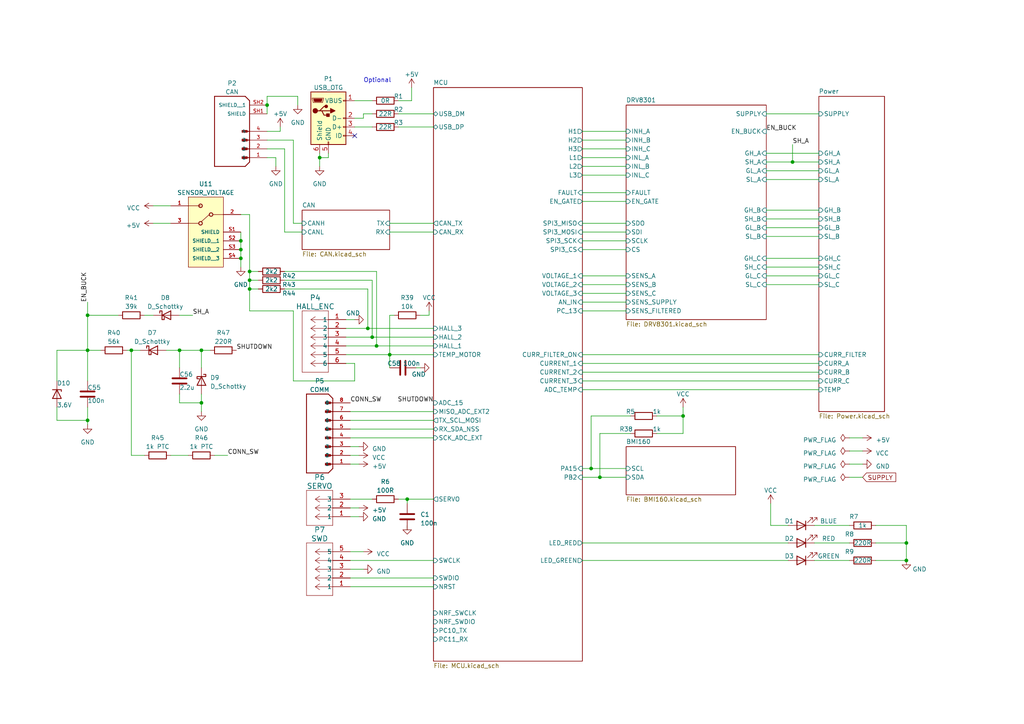
<source format=kicad_sch>
(kicad_sch (version 20230121) (generator eeschema)
  (paper "A4")
  (lib_symbols
    (symbol "B3B-PH-SM4-TBT:B3B-PH-SM4-TBT_LFSN" (pin_names (offset 0.254))
      (property "Reference" "J" (at 8.89 6.35 0))
      (property "Value" "B3B-PH-SM4-TBT LFSN" (at 0 0 0))
      (symbol "B3B-PH-SM4-TBT_LFSN_1_1"
        (pin unspecified line (at 0 0 0) (length 5.08) (name "1") (number "1"))
        (pin unspecified line (at 0 -2.54 0) (length 5.08) (name "2") (number "2"))
        (pin unspecified line (at 0 -5.08 0) (length 5.08) (name "3") (number "3"))
      )
      (symbol "B3B-PH-SM4-TBT_LFSN_1_2"
        (pin unspecified line (at 0 0 0) (length 5.08) (name "1") (number "1"))
        (pin unspecified line (at 0 -2.54 0) (length 5.08) (name "2") (number "2"))
        (pin unspecified line (at 0 -5.08 0) (length 5.08) (name "3") (number "3"))
      )
    )
    (symbol "B4B-PH-SM4-TB:B4B-PH-SM4-TB__LF__SN_" (pin_names (offset 1.016))
      (property "Reference" "J" (at 0 8.89 0))
      (property "Value" "B4B-PH-SM4-TB__LF__SN_" (at 0 -15.24 0))
      (symbol "B4B-PH-SM4-TB__LF__SN__0_0"
        (pin passive line (at -5.08 5.08 0) (length 5.08) (name "1") (number "1"))
        (pin passive line (at -5.08 2.54 0) (length 5.08) (name "2") (number "2"))
        (pin passive line (at -5.08 0 0) (length 5.08) (name "3") (number "3"))
        (pin passive line (at -5.08 -2.54 0) (length 5.08) (name "4") (number "4"))
        (pin passive line (at -5.08 -7.62 0) (length 5.08) (name "SHIELD") (number "SH1"))
        (pin passive line (at -5.08 -10.16 0) (length 5.08) (name "SHIELD__1") (number "SH2"))
      )
    )
    (symbol "B5B-PH-SM4-TB:B5B-PH-SM4-TBLFSN" (pin_names (offset 0.254))
      (property "Reference" "J" (at 8.89 6.35 0))
      (property "Value" "B5B-PH-SM4-TBLFSN" (at 0 0 0))
      (symbol "B5B-PH-SM4-TBLFSN_0_1"
        (pin unspecified line (at 0 0 0) (length 5.08) (name "1") (number "1"))
        (pin unspecified line (at 0 -2.54 0) (length 5.08) (name "2") (number "2"))
        (pin unspecified line (at 0 -5.08 0) (length 5.08) (name "3") (number "3"))
        (pin unspecified line (at 0 -7.62 0) (length 5.08) (name "4") (number "4"))
        (pin unspecified line (at 0 -10.16 0) (length 5.08) (name "5") (number "5"))
      )
    )
    (symbol "B8B-PH-SM4-TB:B8B-PH-SM4-TB_LF__SN_" (pin_names (offset 1.016))
      (property "Reference" "J" (at 0 11.43 0))
      (property "Value" "B8B-PH-SM4-TB_LF__SN_" (at 0 -15.24 0))
      (symbol "B8B-PH-SM4-TB_LF__SN__0_0"
        (pin passive line (at -5.08 7.62 0) (length 5.08) (name "1") (number "1"))
        (pin passive line (at -5.08 5.08 0) (length 5.08) (name "2") (number "2"))
        (pin passive line (at -5.08 2.54 0) (length 5.08) (name "3") (number "3"))
        (pin passive line (at -5.08 0 0) (length 5.08) (name "4") (number "4"))
        (pin passive line (at -5.08 -2.54 0) (length 5.08) (name "5") (number "5"))
        (pin passive line (at -5.08 -5.08 0) (length 5.08) (name "6") (number "6"))
        (pin passive line (at -5.08 -7.62 0) (length 5.08) (name "7") (number "7"))
        (pin passive line (at -5.08 -10.16 0) (length 5.08) (name "8") (number "8"))
      )
    )
    (symbol "Connector:USB_OTG" (pin_names (offset 1.016))
      (property "Reference" "J1" (at 0 11.43 0))
      (property "Value" "USB_OTG" (at 0 8.89 0))
      (symbol "USB_OTG_1_1"
        (pin passive line (at 7.62 5.08 180) (length 2.54) (name "VBUS") (number "1"))
        (pin bidirectional line (at 7.62 0 180) (length 2.54) (name "D-") (number "2"))
        (pin bidirectional line (at 7.62 -2.54 180) (length 2.54) (name "D+") (number "3"))
        (pin passive line (at 7.62 -5.08 180) (length 2.54) (name "ID") (number "4"))
        (pin passive line (at 0 -10.16 90) (length 2.54) (name "GND") (number "5"))
        (pin passive line (at -2.54 -10.16 90) (length 2.54) (name "Shield") (number "6"))
      )
    )
    (symbol "Device:C" (pin_numbers hide) (pin_names (offset 0.254))
      (property "Reference" "C" (at 0.635 2.54 0))
      (property "Value" "C" (at 0.635 -2.54 0))
      (symbol "C_1_1"
        (pin passive line (at 0 3.81 270) (length 2.794) (name "~") (number "1"))
        (pin passive line (at 0 -3.81 90) (length 2.794) (name "~") (number "2"))
      )
    )
    (symbol "Device:D_Schottky" (pin_numbers hide) (pin_names (offset 1.016) hide)
      (property "Reference" "D" (at 0 2.54 0))
      (property "Value" "D_Schottky" (at 0 -2.54 0))
      (symbol "D_Schottky_1_1"
        (pin passive line (at -3.81 0 0) (length 2.54) (name "K") (number "1"))
        (pin passive line (at 3.81 0 180) (length 2.54) (name "A") (number "2"))
      )
    )
    (symbol "Device:LED" (pin_numbers hide) (pin_names (offset 1.016) hide)
      (property "Reference" "D" (at 0 2.54 0))
      (property "Value" "LED" (at 0 -2.54 0))
      (symbol "LED_1_1"
        (pin passive line (at -3.81 0 0) (length 2.54) (name "K") (number "1"))
        (pin passive line (at 3.81 0 180) (length 2.54) (name "A") (number "2"))
      )
    )
    (symbol "Device:R" (pin_numbers hide) (pin_names (offset 0))
      (property "Reference" "R" (at 2.032 0 90))
      (property "Value" "R" (at 0 0 90))
      (symbol "R_1_1"
        (pin passive line (at 0 3.81 270) (length 1.27) (name "~") (number "1"))
        (pin passive line (at 0 -3.81 90) (length 1.27) (name "~") (number "2"))
      )
    )
    (symbol "Diode:BZV55B3V6" (pin_numbers hide) (pin_names hide)
      (property "Reference" "D" (at 0 2.54 0))
      (property "Value" "BZV55B3V6" (at 0 -2.54 0))
      (symbol "BZV55B3V6_1_1"
        (pin passive line (at -3.81 0 0) (length 2.54) (name "K") (number "1"))
        (pin passive line (at 3.81 0 180) (length 2.54) (name "A") (number "2"))
      )
    )
    (symbol "JST-S6B-PH-SM4-TB:S6B-PH-SM4-TBLFSN" (pin_names (offset 0.254))
      (property "Reference" "J" (at 8.89 6.35 0))
      (property "Value" "S6B-PH-SM4-TBLFSN" (at 0 0 0))
      (symbol "S6B-PH-SM4-TBLFSN_1_1"
        (pin unspecified line (at 0 -12.7 0) (length 5.08) (name "1") (number "1"))
        (pin unspecified line (at 0 -10.16 0) (length 5.08) (name "2") (number "2"))
        (pin unspecified line (at 0 -7.62 0) (length 5.08) (name "3") (number "3"))
        (pin unspecified line (at 0 -5.08 0) (length 5.08) (name "4") (number "4"))
        (pin unspecified line (at 0 -2.54 0) (length 5.08) (name "5") (number "5"))
        (pin unspecified line (at 0 0 0) (length 5.08) (name "6") (number "6"))
      )
      (symbol "S6B-PH-SM4-TBLFSN_1_2"
        (pin unspecified line (at 0 0 0) (length 5.08) (name "1") (number "1"))
        (pin unspecified line (at 0 -2.54 0) (length 5.08) (name "2") (number "2"))
        (pin unspecified line (at 0 -5.08 0) (length 5.08) (name "3") (number "3"))
        (pin unspecified line (at 0 -7.62 0) (length 5.08) (name "4") (number "4"))
        (pin unspecified line (at 0 -10.16 0) (length 5.08) (name "5") (number "5"))
        (pin unspecified line (at 0 -12.7 0) (length 5.08) (name "6") (number "6"))
      )
    )
    (symbol "PCM12SMTR:PCM12SMTR" (pin_names (offset 1.016))
      (property "Reference" "SW" (at -5.0844 5.3386 0))
      (property "Value" "PCM12SMTR" (at -5.1814 -17.2819 0))
      (symbol "PCM12SMTR_0_0"
        (pin passive line (at -10.16 2.54 0) (length 5.08) (name "~") (number "1"))
        (pin passive line (at 10.16 0 180) (length 5.08) (name "~") (number "2"))
        (pin passive line (at -10.16 -2.54 0) (length 5.08) (name "~") (number "3"))
        (pin passive line (at 10.16 -5.08 180) (length 5.08) (name "SHIELD") (number "S1"))
        (pin passive line (at 10.16 -7.62 180) (length 5.08) (name "SHIELD__1") (number "S2"))
        (pin passive line (at 10.16 -10.16 180) (length 5.08) (name "SHIELD__2") (number "S3"))
        (pin passive line (at 10.16 -12.7 180) (length 5.08) (name "SHIELD__3") (number "S4"))
      )
    )
    (symbol "power:+5V" (power) (pin_names (offset 0))
      (property "Value" "+5V" (at 0 3.556 0))
      (symbol "+5V_1_1"
        (pin power_in line (at 0 0 90) (length 0) hide (name "+5V") (number "1"))
      )
    )
    (symbol "power:GND" (power) (pin_names (offset 0))
      (property "Value" "GND" (at 0 -3.81 0))
      (symbol "GND_1_1"
        (pin power_in line (at 0 0 270) (length 0) hide (name "GND") (number "1"))
      )
    )
    (symbol "power:PWR_FLAG" (power) (pin_numbers hide) (pin_names (offset 0) hide)
      (property "Value" "PWR_FLAG" (at 0 3.81 0))
      (symbol "PWR_FLAG_0_0"
        (pin power_out line (at 0 0 90) (length 0) (name "pwr") (number "1"))
      )
    )
    (symbol "power:VCC" (power) (pin_names (offset 0))
      (property "Value" "VCC" (at 0 3.81 0))
      (symbol "VCC_1_1"
        (pin power_in line (at 0 0 90) (length 0) hide (name "VCC") (number "1"))
      )
    )
  )
  (junction (at 107.95 97.79))
  (junction (at 25.4 91.44))
  (junction (at 25.4 101.6))
  (junction (at 52.07 101.6))
  (junction (at 118.11 144.78))
  (junction (at 171.45 135.89))
  (junction (at 113.03 102.87))
  (junction (at 198.12 120.65))
  (junction (at 173.99 138.43))
  (junction (at 69.85 74.93))
  (junction (at 69.85 69.85))
  (junction (at 72.39 83.82))
  (junction (at 72.39 81.28))
  (junction (at 262.89 157.48))
  (junction (at 25.4 121.92))
  (junction (at 109.22 100.33))
  (junction (at 72.39 78.74))
  (junction (at 77.47 30.48))
  (junction (at 106.68 95.25))
  (junction (at 92.71 45.72))
  (junction (at 58.42 116.84))
  (junction (at 69.85 72.39))
  (junction (at 58.42 101.6))
  (junction (at 229.87 46.99))
  (junction (at 38.1 101.6))
  (junction (at 262.89 162.56))
  (no_connect (at 102.87 39.37))
  (wire (pts (xy 171.45 135.89) (xy 181.61 135.89)))
  (wire (pts (xy 168.91 87.63) (xy 181.61 87.63)))
  (wire (pts (xy 115.57 144.78) (xy 118.11 144.78)))
  (wire (pts (xy 41.91 132.08) (xy 38.1 132.08)))
  (wire (pts (xy 115.57 33.02) (xy 125.73 33.02)))
  (wire (pts (xy 171.45 120.65) (xy 171.45 135.89)))
  (wire (pts (xy 182.88 125.73) (xy 173.99 125.73)))
  (wire (pts (xy 168.91 113.03) (xy 237.49 113.03)))
  (wire (pts (xy 69.85 67.31) (xy 69.85 69.85)))
  (wire (pts (xy 173.99 125.73) (xy 173.99 138.43)))
  (wire (pts (xy 119.38 29.21) (xy 119.38 25.4)))
  (wire (pts (xy 168.91 67.31) (xy 181.61 67.31)))
  (wire (pts (xy 190.5 125.73) (xy 198.12 125.73)))
  (wire (pts (xy 72.39 81.28) (xy 72.39 83.82)))
  (wire (pts (xy 198.12 125.73) (xy 198.12 120.65)))
  (wire (pts (xy 48.26 101.6) (xy 52.07 101.6)))
  (wire (pts (xy 72.39 81.28) (xy 74.93 81.28)))
  (wire (pts (xy 25.4 110.49) (xy 25.4 101.6)))
  (wire (pts (xy 101.6 119.38) (xy 125.73 119.38)))
  (wire (pts (xy 82.55 81.28) (xy 107.95 81.28)))
  (wire (pts (xy 229.87 41.91) (xy 229.87 46.99)))
  (wire (pts (xy 168.91 43.18) (xy 181.61 43.18)))
  (wire (pts (xy 72.39 83.82) (xy 72.39 90.17)))
  (wire (pts (xy 77.47 45.72) (xy 80.01 45.72)))
  (wire (pts (xy 168.91 50.8) (xy 181.61 50.8)))
  (wire (pts (xy 222.25 44.45) (xy 237.49 44.45)))
  (wire (pts (xy 52.07 101.6) (xy 52.07 106.68)))
  (wire (pts (xy 246.38 130.81) (xy 250.19 130.81)))
  (wire (pts (xy 82.55 83.82) (xy 106.68 83.82)))
  (wire (pts (xy 44.45 64.77) (xy 49.53 64.77)))
  (wire (pts (xy 101.6 170.18) (xy 125.73 170.18)))
  (wire (pts (xy 113.03 91.44) (xy 113.03 102.87)))
  (wire (pts (xy 16.51 121.92) (xy 25.4 121.92)))
  (wire (pts (xy 101.6 127) (xy 125.73 127)))
  (wire (pts (xy 168.91 82.55) (xy 181.61 82.55)))
  (wire (pts (xy 101.6 144.78) (xy 107.95 144.78)))
  (wire (pts (xy 236.22 152.4) (xy 246.38 152.4)))
  (wire (pts (xy 101.6 147.32) (xy 104.14 147.32)))
  (wire (pts (xy 105.41 34.29) (xy 105.41 33.02)))
  (wire (pts (xy 113.03 67.31) (xy 125.73 67.31)))
  (wire (pts (xy 198.12 120.65) (xy 198.12 118.11)))
  (wire (pts (xy 168.91 55.88) (xy 181.61 55.88)))
  (wire (pts (xy 109.22 100.33) (xy 125.73 100.33)))
  (wire (pts (xy 118.11 144.78) (xy 118.11 146.05)))
  (wire (pts (xy 107.95 97.79) (xy 125.73 97.79)))
  (wire (pts (xy 77.47 33.02) (xy 77.47 30.48)))
  (wire (pts (xy 92.71 48.26) (xy 92.71 45.72)))
  (wire (pts (xy 25.4 91.44) (xy 25.4 101.6)))
  (wire (pts (xy 77.47 30.48) (xy 77.47 27.94)))
  (wire (pts (xy 101.6 149.86) (xy 104.14 149.86)))
  (wire (pts (xy 254 162.56) (xy 262.89 162.56)))
  (wire (pts (xy 168.91 110.49) (xy 237.49 110.49)))
  (wire (pts (xy 72.39 83.82) (xy 74.93 83.82)))
  (wire (pts (xy 222.25 68.58) (xy 237.49 68.58)))
  (wire (pts (xy 168.91 72.39) (xy 181.61 72.39)))
  (wire (pts (xy 101.6 162.56) (xy 125.73 162.56)))
  (wire (pts (xy 69.85 62.23) (xy 72.39 62.23)))
  (wire (pts (xy 58.42 101.6) (xy 58.42 106.68)))
  (wire (pts (xy 77.47 38.1) (xy 81.28 38.1)))
  (wire (pts (xy 86.36 27.94) (xy 86.36 30.48)))
  (wire (pts (xy 101.6 124.46) (xy 125.73 124.46)))
  (wire (pts (xy 223.52 152.4) (xy 228.6 152.4)))
  (wire (pts (xy 52.07 116.84) (xy 52.07 114.3)))
  (wire (pts (xy 168.91 69.85) (xy 181.61 69.85)))
  (wire (pts (xy 72.39 78.74) (xy 72.39 81.28)))
  (wire (pts (xy 101.6 129.54) (xy 104.14 129.54)))
  (wire (pts (xy 36.83 101.6) (xy 38.1 101.6)))
  (wire (pts (xy 168.91 40.64) (xy 181.61 40.64)))
  (wire (pts (xy 168.91 38.1) (xy 181.61 38.1)))
  (wire (pts (xy 113.03 102.87) (xy 125.73 102.87)))
  (wire (pts (xy 102.87 105.41) (xy 100.33 105.41)))
  (wire (pts (xy 85.09 90.17) (xy 85.09 110.49)))
  (wire (pts (xy 101.6 165.1) (xy 105.41 165.1)))
  (wire (pts (xy 246.38 127) (xy 250.19 127)))
  (wire (pts (xy 52.07 91.44) (xy 55.88 91.44)))
  (wire (pts (xy 101.6 132.08) (xy 104.14 132.08)))
  (wire (pts (xy 105.41 33.02) (xy 107.95 33.02)))
  (wire (pts (xy 173.99 138.43) (xy 181.61 138.43)))
  (wire (pts (xy 102.87 36.83) (xy 107.95 36.83)))
  (wire (pts (xy 106.68 83.82) (xy 106.68 95.25)))
  (wire (pts (xy 82.55 43.18) (xy 82.55 67.31)))
  (wire (pts (xy 120.65 106.68) (xy 121.92 106.68)))
  (wire (pts (xy 168.91 102.87) (xy 237.49 102.87)))
  (wire (pts (xy 118.11 144.78) (xy 125.73 144.78)))
  (wire (pts (xy 168.91 48.26) (xy 181.61 48.26)))
  (wire (pts (xy 72.39 90.17) (xy 85.09 90.17)))
  (wire (pts (xy 101.6 121.92) (xy 125.73 121.92)))
  (wire (pts (xy 168.91 157.48) (xy 228.6 157.48)))
  (wire (pts (xy 100.33 95.25) (xy 106.68 95.25)))
  (wire (pts (xy 34.29 91.44) (xy 25.4 91.44)))
  (wire (pts (xy 236.22 157.48) (xy 246.38 157.48)))
  (wire (pts (xy 222.25 52.07) (xy 237.49 52.07)))
  (wire (pts (xy 246.38 138.43) (xy 250.19 138.43)))
  (wire (pts (xy 222.25 63.5) (xy 237.49 63.5)))
  (wire (pts (xy 222.25 80.01) (xy 237.49 80.01)))
  (wire (pts (xy 236.22 162.56) (xy 246.38 162.56)))
  (wire (pts (xy 77.47 27.94) (xy 86.36 27.94)))
  (wire (pts (xy 107.95 81.28) (xy 107.95 97.79)))
  (wire (pts (xy 222.25 60.96) (xy 237.49 60.96)))
  (wire (pts (xy 262.89 157.48) (xy 262.89 162.56)))
  (wire (pts (xy 25.4 118.11) (xy 25.4 121.92)))
  (wire (pts (xy 168.91 85.09) (xy 181.61 85.09)))
  (wire (pts (xy 109.22 78.74) (xy 109.22 100.33)))
  (wire (pts (xy 223.52 146.05) (xy 223.52 152.4)))
  (wire (pts (xy 114.3 91.44) (xy 113.03 91.44)))
  (wire (pts (xy 69.85 72.39) (xy 69.85 74.93)))
  (wire (pts (xy 168.91 138.43) (xy 173.99 138.43)))
  (wire (pts (xy 85.09 64.77) (xy 87.63 64.77)))
  (wire (pts (xy 222.25 46.99) (xy 229.87 46.99)))
  (wire (pts (xy 38.1 101.6) (xy 40.64 101.6)))
  (wire (pts (xy 254 152.4) (xy 262.89 152.4)))
  (wire (pts (xy 100.33 97.79) (xy 107.95 97.79)))
  (wire (pts (xy 168.91 105.41) (xy 237.49 105.41)))
  (wire (pts (xy 115.57 29.21) (xy 119.38 29.21)))
  (wire (pts (xy 58.42 116.84) (xy 58.42 119.38)))
  (wire (pts (xy 262.89 152.4) (xy 262.89 157.48)))
  (wire (pts (xy 168.91 90.17) (xy 181.61 90.17)))
  (wire (pts (xy 229.87 46.99) (xy 237.49 46.99)))
  (wire (pts (xy 182.88 120.65) (xy 171.45 120.65)))
  (wire (pts (xy 82.55 78.74) (xy 109.22 78.74)))
  (wire (pts (xy 246.38 134.62) (xy 250.19 134.62)))
  (wire (pts (xy 82.55 67.31) (xy 87.63 67.31)))
  (wire (pts (xy 69.85 69.85) (xy 69.85 72.39)))
  (wire (pts (xy 25.4 87.63) (xy 25.4 91.44)))
  (wire (pts (xy 25.4 121.92) (xy 25.4 123.19)))
  (wire (pts (xy 25.4 101.6) (xy 29.21 101.6)))
  (wire (pts (xy 113.03 102.87) (xy 113.03 106.68)))
  (wire (pts (xy 69.85 74.93) (xy 69.85 77.47)))
  (wire (pts (xy 49.53 132.08) (xy 54.61 132.08)))
  (wire (pts (xy 80.01 45.72) (xy 80.01 48.26)))
  (wire (pts (xy 85.09 110.49) (xy 102.87 110.49)))
  (wire (pts (xy 100.33 102.87) (xy 113.03 102.87)))
  (wire (pts (xy 16.51 101.6) (xy 25.4 101.6)))
  (wire (pts (xy 77.47 40.64) (xy 85.09 40.64)))
  (wire (pts (xy 102.87 110.49) (xy 102.87 105.41)))
  (wire (pts (xy 52.07 101.6) (xy 58.42 101.6)))
  (wire (pts (xy 81.28 38.1) (xy 81.28 36.83)))
  (wire (pts (xy 72.39 62.23) (xy 72.39 78.74)))
  (wire (pts (xy 38.1 132.08) (xy 38.1 101.6)))
  (wire (pts (xy 95.25 44.45) (xy 95.25 45.72)))
  (wire (pts (xy 101.6 134.62) (xy 104.14 134.62)))
  (wire (pts (xy 168.91 64.77) (xy 181.61 64.77)))
  (wire (pts (xy 168.91 45.72) (xy 181.61 45.72)))
  (wire (pts (xy 222.25 66.04) (xy 237.49 66.04)))
  (wire (pts (xy 190.5 120.65) (xy 198.12 120.65)))
  (wire (pts (xy 101.6 160.02) (xy 105.41 160.02)))
  (wire (pts (xy 52.07 116.84) (xy 58.42 116.84)))
  (wire (pts (xy 102.87 29.21) (xy 107.95 29.21)))
  (wire (pts (xy 58.42 101.6) (xy 60.96 101.6)))
  (wire (pts (xy 106.68 95.25) (xy 125.73 95.25)))
  (wire (pts (xy 222.25 74.93) (xy 237.49 74.93)))
  (wire (pts (xy 168.91 58.42) (xy 181.61 58.42)))
  (wire (pts (xy 168.91 80.01) (xy 181.61 80.01)))
  (wire (pts (xy 115.57 36.83) (xy 125.73 36.83)))
  (wire (pts (xy 222.25 82.55) (xy 237.49 82.55)))
  (wire (pts (xy 44.45 59.69) (xy 49.53 59.69)))
  (wire (pts (xy 254 157.48) (xy 262.89 157.48)))
  (wire (pts (xy 100.33 100.33) (xy 109.22 100.33)))
  (wire (pts (xy 118.11 153.67) (xy 118.11 152.4)))
  (wire (pts (xy 62.23 132.08) (xy 66.04 132.08)))
  (wire (pts (xy 222.25 49.53) (xy 237.49 49.53)))
  (wire (pts (xy 16.51 118.11) (xy 16.51 121.92)))
  (wire (pts (xy 121.92 91.44) (xy 124.46 91.44)))
  (wire (pts (xy 168.91 162.56) (xy 228.6 162.56)))
  (wire (pts (xy 168.91 135.89) (xy 171.45 135.89)))
  (wire (pts (xy 16.51 110.49) (xy 16.51 101.6)))
  (wire (pts (xy 85.09 40.64) (xy 85.09 64.77)))
  (wire (pts (xy 102.87 34.29) (xy 105.41 34.29)))
  (wire (pts (xy 95.25 45.72) (xy 92.71 45.72)))
  (wire (pts (xy 58.42 116.84) (xy 58.42 114.3)))
  (wire (pts (xy 222.25 33.02) (xy 237.49 33.02)))
  (wire (pts (xy 124.46 91.44) (xy 124.46 90.17)))
  (wire (pts (xy 92.71 45.72) (xy 92.71 44.45)))
  (wire (pts (xy 74.93 78.74) (xy 72.39 78.74)))
  (wire (pts (xy 41.91 91.44) (xy 44.45 91.44)))
  (wire (pts (xy 101.6 167.64) (xy 125.73 167.64)))
  (wire (pts (xy 113.03 64.77) (xy 125.73 64.77)))
  (wire (pts (xy 222.25 77.47) (xy 237.49 77.47)))
  (wire (pts (xy 77.47 43.18) (xy 82.55 43.18)))
  (wire (pts (xy 168.91 107.95) (xy 237.49 107.95)))
  (wire (pts (xy 100.33 92.71) (xy 102.87 92.71)))
  (text "Optional" (at 105.41 24.13 0) (effects (font (size 1.27 1.27)) (justify left bottom)))
  (label "SH_A" (at 55.88 91.44 0))
  (label "CONN_SW" (at 66.04 132.08 0))
  (label "SHUTDOWN" (at 125.73 116.84 180))
  (label "EN_BUCK" (at 25.4 87.63 90))
  (label "CONN_SW" (at 101.6 116.84 0))
  (label "EN_BUCK" (at 222.25 38.1 0))
  (label "SHUTDOWN" (at 68.58 101.6 0))
  (label "SH_A" (at 229.87 41.91 0))
  (global_label "SUPPLY" (shape input) (at 250.19 138.43 0) (property "Intersheetrefs" "${INTERSHEET_REFS}" (effects hide)))
  (symbol (lib_id "power:+5V") (at 104.14 147.32 270) (unit 1)
    (property "Reference" "#PWR087" (effects hide))
    (property "Value" "+5V" (at 107.95 147.955 90) (effects (justify left)))
  )
  (symbol (lib_id "Device:C") (at 25.4 114.3 0) (unit 1)
    (property "Reference" "C55" (at 25.4 112.395 0) (effects (justify left)))
    (property "Value" "100n" (at 25.4 116.205 0) (effects (justify left)))
    (property "Footprint" "MCU_:0603_AVX" (effects hide))
  )
  (symbol (lib_id "Device:R") (at 111.76 36.83 90) (unit 1)
    (property "Reference" "R3" (at 115.57 35.56 90))
    (property "Value" "22R" (at 111.76 36.83 90))
    (property "Footprint" "Root_:RESC3216X70N" (effects hide))
  )
  (symbol (lib_id "Device:R") (at 118.11 91.44 90) (unit 1)
    (property "Reference" "R39" (at 118.11 86.36 90))
    (property "Value" "10k" (at 118.11 88.9 90))
    (property "Footprint" "DRV8301_:RESC1608X55N" (effects hide))
  )
  (symbol (lib_id "PCM12SMTR:PCM12SMTR") (at 59.69 62.23 0) (unit 1)
    (property "Reference" "U11" (at 59.69 53.34 0))
    (property "Value" "SENSOR_VOLTAGE" (at 59.69 55.88 0))
    (property "Footprint" "Root_:SW_PCM12SMTR" (effects hide))
    (property "DigiKey_Part_Number" "401-2016-2-ND" (effects hide))
    (property "MF" "C&K" (effects hide))
    (property "Purchase-URL" "https://www.snapeda.com/api/url_track_click_mouser/?unipart_id=229977&manufacturer=C&amp;K&part_name=PCM12SMTR&search_term=None" (effects hide))
    (property "Package" "None" (effects hide))
    (property "Check_prices" "https://www.snapeda.com/parts/PCM12SMTR/C%2526K/view-part/?ref=eda" (effects hide))
    (property "STANDARD" "Manufacturer Recommendation" (effects hide))
    (property "SnapEDA_Link" "https://www.snapeda.com/parts/PCM12SMTR/C%2526K/view-part/?ref=snap" (effects hide))
    (property "MP" "PCM12SMTR" (effects hide))
    (property "Description" "\nSwitch,Slide,Ultra-Mini,SPDT,ON-ON,300mA,6VDC,Surface Mount,R/A,Gull Wing | C&K PCM12SMTR\n" (effects hide))
    (property "MANUFACTURER" "C&K" (effects hide))
  )
  (symbol (lib_id "power:GND") (at 118.11 152.4 0) (unit 1)
    (property "Reference" "#PWR089" (effects hide))
    (property "Value" "GND" (at 118.11 157.48 0))
  )
  (symbol (lib_id "power:GND") (at 69.85 77.47 0) (unit 1)
    (property "Reference" "#PWR096" (effects hide))
    (property "Value" "GND" (at 69.85 82.55 0))
  )
  (symbol (lib_id "power:GND") (at 80.01 48.26 0) (unit 1)
    (property "Reference" "#PWR082" (effects hide))
    (property "Value" "GND" (at 80.01 53.34 0))
  )
  (symbol (lib_id "power:PWR_FLAG") (at 246.38 134.62 90) (unit 1)
    (property "Reference" "#FLG03" (effects hide))
    (property "Value" "PWR_FLAG" (at 242.57 135.255 90) (effects (justify left)))
  )
  (symbol (lib_id "Device:R") (at 78.74 81.28 90) (unit 1)
    (property "Reference" "R43" (at 83.82 82.55 90))
    (property "Value" "2k2" (at 78.74 81.28 90))
    (property "Footprint" "Root_:RESC2012X60N" (effects hide))
  )
  (symbol (lib_id "Device:LED") (at 232.41 162.56 180) (unit 1)
    (property "Reference" "D3" (at 228.9175 161.29 0))
    (property "Value" "GREEN" (at 240.3475 161.29 0))
    (property "Footprint" "Root_:LED_LTST-C191KGKT_LTO" (effects hide))
    (property "Datasheet" "LTST-C191KGKT" (effects hide))
  )
  (symbol (lib_id "B5B-PH-SM4-TB:B5B-PH-SM4-TBLFSN") (at 101.6 170.18 180) (unit 1)
    (property "Reference" "P7" (at 92.71 153.67 0) (effects (font (size 1.524 1.524))))
    (property "Value" "SWD" (at 92.71 156.21 0) (effects (font (size 1.524 1.524))))
    (property "Footprint" "Root_:CONN5_4-TBLFSN_JST" (effects hide))
    (property "Datasheet" "B5B-PH-SM4-TBLFSN" (effects hide))
  )
  (symbol (lib_id "Device:R") (at 111.76 33.02 90) (unit 1)
    (property "Reference" "R2" (at 115.57 31.75 90))
    (property "Value" "22R" (at 111.76 33.02 90))
    (property "Footprint" "Root_:RESC3216X70N" (effects hide))
    (property "Datasheet" "RMCF1206FT22R0" (effects hide))
  )
  (symbol (lib_id "Device:C") (at 118.11 149.86 0) (unit 1)
    (property "Reference" "C1" (at 121.92 149.225 0) (effects (justify left)))
    (property "Value" "100n" (at 121.92 151.765 0) (effects (justify left)))
    (property "Footprint" "Power_:CAPC2012X88N" (effects hide))
  )
  (symbol (lib_id "power:VCC") (at 124.46 90.17 0) (unit 1)
    (property "Reference" "#PWR095" (effects hide))
    (property "Value" "VCC" (at 124.46 86.36 0))
  )
  (symbol (lib_id "power:GND") (at 102.87 92.71 90) (unit 1)
    (property "Reference" "#PWR077" (effects hide))
    (property "Value" "GND" (at 100.33 90.805 90) (effects (justify right)))
  )
  (symbol (lib_id "power:GND") (at 58.42 119.38 0) (unit 1)
    (property "Reference" "#PWR075" (effects hide))
    (property "Value" "GND" (at 58.42 124.46 0))
  )
  (symbol (lib_id "Device:R") (at 78.74 83.82 90) (unit 1)
    (property "Reference" "R44" (at 83.82 85.09 90))
    (property "Value" "2k2" (at 78.74 83.82 90))
    (property "Footprint" "Root_:RESC2012X60N" (effects hide))
  )
  (symbol (lib_id "power:GND") (at 105.41 165.1 90) (unit 1)
    (property "Reference" "#PWR091" (effects hide))
    (property "Value" "GND" (at 109.22 165.735 90) (effects (justify right)))
  )
  (symbol (lib_id "Device:R") (at 186.69 125.73 90) (unit 1)
    (property "Reference" "R38" (at 181.61 124.46 90))
    (property "Value" "1k" (at 190.5 124.46 90))
    (property "Footprint" "Root_:RESC3216X70N" (effects hide))
  )
  (symbol (lib_id "power:GND") (at 250.19 134.62 90) (unit 1)
    (property "Reference" "#PWR094" (effects hide))
    (property "Value" "GND" (at 254 135.255 90) (effects (justify right)))
  )
  (symbol (lib_id "power:GND") (at 104.14 129.54 90) (unit 1)
    (property "Reference" "#PWR084" (effects hide))
    (property "Value" "GND" (at 107.95 130.175 90) (effects (justify right)))
  )
  (symbol (lib_id "B8B-PH-SM4-TB:B8B-PH-SM4-TB_LF__SN_") (at 96.52 127 180) (unit 1)
    (property "Reference" "P5" (at 92.71 110.49 0))
    (property "Value" "COMM" (at 92.71 113.03 0))
    (property "Footprint" "Root_:JST_B8B-PH-SM4-TB_LF__SN_" (effects hide))
    (property "MF" "JST" (effects hide))
    (property "MAXIMUM_PACKAGE_HEIGHT" "6.6 mm" (effects hide))
    (property "Package" "NON STANDARD-8 JST" (effects hide))
    (property "Price" "None" (effects hide))
    (property "Check_prices" "https://www.snapeda.com/parts/B8B-PH-SM4-TB%20(LF)(SN)/JST/view-part/?ref=eda" (effects hide))
    (property "STANDARD" "Manufacturer Recommendations" (effects hide))
    (property "PARTREV" "N/A" (effects hide))
    (property "SnapEDA_Link" "https://www.snapeda.com/parts/B8B-PH-SM4-TB%20(LF)(SN)/JST/view-part/?ref=snap" (effects hide))
    (property "MP" "B8B-PH-SM4-TB (LF)(SN)" (effects hide))
    (property "Description" "\nSocket; wire-board; male; PH; 2mm; PIN: 8; SMT; 100V; 2A; -25÷85°C\n" (effects hide))
    (property "Availability" "In Stock" (effects hide))
    (property "MANUFACTURER" "JST" (effects hide))
  )
  (symbol (lib_id "B4B-PH-SM4-TB:B4B-PH-SM4-TB__LF__SN_") (at 72.39 40.64 180) (unit 1)
    (property "Reference" "P2" (at 67.31 24.13 0))
    (property "Value" "CAN" (at 67.31 26.67 0))
    (property "Footprint" "Root_:JST_B4B-PH-SM4-TB__LF__SN_" (effects hide))
    (property "MF" "JST Sales" (effects hide))
    (property "MAXIMUM_PACKAGE_HEIGHT" "6.6mm" (effects hide))
    (property "Package" "NON STANDARD-4 JST" (effects hide))
    (property "Price" "None" (effects hide))
    (property "Check_prices" "https://www.snapeda.com/parts/B4B-PH-SM4-TB%20(LF)(SN)/JST+Sales+America+Inc./view-part/?ref=eda" (effects hide))
    (property "STANDARD" "Manufacturer Recommendations" (effects hide))
    (property "PARTREV" "N/A" (effects hide))
    (property "SnapEDA_Link" "https://www.snapeda.com/parts/B4B-PH-SM4-TB%20(LF)(SN)/JST+Sales+America+Inc./view-part/?ref=snap" (effects hide))
    (property "MP" "B4B-PH-SM4-TB (LF)(SN)" (effects hide))
    (property "Description" "\nConnector Header Surface Mount 4 position 0.079 (2.00mm)\n" (effects hide))
    (property "SNAPEDA_PN" "B4B-PH-SM4-TBT(LF)(SN)" (effects hide))
    (property "Availability" "In Stock" (effects hide))
    (property "MANUFACTURER" "JST" (effects hide))
  )
  (symbol (lib_id "Device:R") (at 250.19 162.56 90) (unit 1)
    (property "Reference" "R9" (at 246.38 160.02 90))
    (property "Value" "220R" (at 250.19 162.56 90))
    (property "Footprint" "Root_:RESC3216X75N" (effects hide))
  )
  (symbol (lib_id "Device:R") (at 250.19 157.48 90) (unit 1)
    (property "Reference" "R8" (at 246.38 154.94 90))
    (property "Value" "220R" (at 250.19 157.48 90))
    (property "Footprint" "Root_:RESC3216X75N" (effects hide))
    (property "Datasheet" "CR1206-FX-2200ELF" (effects hide))
  )
  (symbol (lib_id "Device:R") (at 33.02 101.6 90) (unit 1)
    (property "Reference" "R40" (at 33.02 96.52 90))
    (property "Value" "56k" (at 33.02 99.06 90))
    (property "Footprint" "DRV8301_:RESC1608X55N" (effects hide))
    (property "Datasheet" "RK73H1JTTD5602F" (effects hide))
  )
  (symbol (lib_id "power:VCC") (at 104.14 132.08 270) (unit 1)
    (property "Reference" "#PWR085" (effects hide))
    (property "Value" "VCC" (at 107.95 132.715 90) (effects (justify left)))
  )
  (symbol (lib_id "Device:R") (at 250.19 152.4 90) (unit 1)
    (property "Reference" "R7" (at 247.65 149.86 90))
    (property "Value" "1k" (at 250.19 152.4 90))
    (property "Footprint" "Root_:RESC3216X70N" (effects hide))
  )
  (symbol (lib_id "Device:D_Schottky") (at 48.26 91.44 0) (unit 1)
    (property "Reference" "D8" (at 47.9425 86.36 0))
    (property "Value" "D_Schottky" (at 47.9425 88.9 0))
    (property "Footprint" "Root_:CFP3_SOD123W_NEX" (effects hide))
  )
  (symbol (lib_id "Device:LED") (at 232.41 152.4 180) (unit 1)
    (property "Reference" "D1" (at 228.9175 151.13 0))
    (property "Value" "BLUE" (at 240.3475 151.13 0))
    (property "Footprint" "Root_:LED_LTST-C191KRKT_LTO" (effects hide))
    (property "Datasheet" "720-LBQ39GN1P1351" (effects hide))
  )
  (symbol (lib_id "JST-S6B-PH-SM4-TB:S6B-PH-SM4-TBLFSN") (at 100.33 105.41 180) (unit 1)
    (property "Reference" "P4" (at 91.44 86.36 0) (effects (font (size 1.524 1.524))))
    (property "Value" "HALL_ENC" (at 91.44 88.9 0) (effects (font (size 1.524 1.524))))
    (property "Footprint" "Root_:CONN_S6B-PH-SM4-TBLFSN_JST" (effects hide))
    (property "Datasheet" "S6B-PH-SM4-TBLFSN" (effects hide))
  )
  (symbol (lib_id "power:+5V") (at 81.28 36.83 0) (unit 1)
    (property "Reference" "#PWR081" (effects hide))
    (property "Value" "+5V" (at 81.28 33.02 0))
  )
  (symbol (lib_id "Device:R") (at 111.76 144.78 90) (unit 1)
    (property "Reference" "R6" (at 111.76 139.7 90))
    (property "Value" "100R" (at 111.76 142.24 90))
    (property "Footprint" "Root_:RES_RK73H2A_KOA" (effects hide))
    (property "Datasheet" "RK73H2ATTD1000F" (effects hide))
  )
  (symbol (lib_id "B3B-PH-SM4-TBT:B3B-PH-SM4-TBT_LFSN") (at 101.6 149.86 180) (unit 1)
    (property "Reference" "P6" (at 92.71 138.43 0) (effects (font (size 1.524 1.524))))
    (property "Value" "SERVO" (at 92.71 140.97 0) (effects (font (size 1.524 1.524))))
    (property "Footprint" "Root_:CONN_B3B-PH-SM4-TB_JST" (effects hide))
    (property "Datasheet" "B3B-PH-SM4-TBT LFSN" (effects hide))
  )
  (symbol (lib_id "Device:R") (at 111.76 29.21 90) (unit 1)
    (property "Reference" "R1" (at 115.57 27.94 90))
    (property "Value" "0R" (at 111.76 29.21 90))
    (property "Footprint" "DRV8301_:RESC1608X55N" (effects hide))
  )
  (symbol (lib_id "power:+5V") (at 250.19 127 270) (unit 1)
    (property "Reference" "#PWR092" (effects hide))
    (property "Value" "+5V" (at 254 127.635 90) (effects (justify left)))
  )
  (symbol (lib_id "Device:D_Schottky") (at 58.42 110.49 270) (unit 1)
    (property "Reference" "D9" (at 60.96 109.5375 90) (effects (justify left)))
    (property "Value" "D_Schottky" (at 60.96 112.0775 90) (effects (justify left)))
    (property "Footprint" "Root_:CFP3_SOD123W_NEX" (effects hide))
  )
  (symbol (lib_id "power:GND") (at 262.89 162.56 0) (unit 1)
    (property "Reference" "#PWR074" (effects hide))
    (property "Value" "GND" (at 266.7 165.1 0))
  )
  (symbol (lib_id "power:GND") (at 121.92 106.68 90) (unit 1)
    (property "Reference" "#PWR078" (effects hide))
    (property "Value" "GND" (at 119.38 108.585 90) (effects (justify right)))
  )
  (symbol (lib_id "Device:D_Schottky") (at 44.45 101.6 0) (unit 1)
    (property "Reference" "D7" (at 44.1325 96.52 0))
    (property "Value" "D_Schottky" (at 44.1325 99.06 0))
    (property "Footprint" "Root_:CFP3_SOD123W_NEX" (effects hide))
    (property "Datasheet" "PMEG6020ER,115" (effects hide))
  )
  (symbol (lib_id "power:+5V") (at 119.38 25.4 0) (unit 1)
    (property "Reference" "#PWR01" (effects hide))
    (property "Value" "+5V" (at 119.38 21.59 0))
  )
  (symbol (lib_id "power:VCC") (at 250.19 130.81 270) (unit 1)
    (property "Reference" "#PWR093" (effects hide))
    (property "Value" "VCC" (at 254 131.445 90) (effects (justify left)))
  )
  (symbol (lib_id "power:GND") (at 104.14 149.86 90) (unit 1)
    (property "Reference" "#PWR088" (effects hide))
    (property "Value" "GND" (at 107.95 150.495 90) (effects (justify right)))
  )
  (symbol (lib_id "Device:LED") (at 232.41 157.48 180) (unit 1)
    (property "Reference" "D2" (at 228.9175 156.21 0))
    (property "Value" "RED" (at 240.3475 156.21 0))
    (property "Footprint" "Root_:LED_LTST-C191KRKT_LTO" (effects hide))
    (property "Datasheet" "LTST-C191KRKT" (effects hide))
  )
  (symbol (lib_id "power:VCC") (at 223.52 146.05 0) (unit 1)
    (property "Reference" "#PWR073" (effects hide))
    (property "Value" "VCC" (at 223.52 142.24 0))
  )
  (symbol (lib_id "power:GND") (at 86.36 30.48 0) (unit 1)
    (property "Reference" "#PWR083" (effects hide))
    (property "Value" "GND" (at 86.36 35.56 0))
  )
  (symbol (lib_id "Device:R") (at 186.69 120.65 90) (unit 1)
    (property "Reference" "R5" (at 182.88 119.38 90))
    (property "Value" "1k" (at 190.5 119.38 90))
    (property "Footprint" "Root_:RESC3216X70N" (effects hide))
    (property "Datasheet" "RMCF1206FT1K00" (effects hide))
  )
  (symbol (lib_id "Device:C") (at 116.84 106.68 90) (unit 1)
    (property "Reference" "C58" (at 114.3 105.41 90))
    (property "Value" "100n" (at 119.38 105.41 90))
    (property "Footprint" "MCU_:0603_AVX" (effects hide))
  )
  (symbol (lib_id "Device:R") (at 64.77 101.6 90) (unit 1)
    (property "Reference" "R47" (at 64.77 96.52 90))
    (property "Value" "220R" (at 64.77 99.06 90))
    (property "Footprint" "Root_:RESC3216X75N" (effects hide))
  )
  (symbol (lib_id "power:VCC") (at 198.12 118.11 0) (unit 1)
    (property "Reference" "#PWR072" (effects hide))
    (property "Value" "VCC" (at 198.12 114.3 0))
  )
  (symbol (lib_id "power:+5V") (at 44.45 64.77 90) (unit 1)
    (property "Reference" "#PWR079" (effects hide))
    (property "Value" "+5V" (at 40.64 65.405 90) (effects (justify left)))
  )
  (symbol (lib_id "Device:R") (at 45.72 132.08 90) (unit 1)
    (property "Reference" "R45" (at 45.72 127 90))
    (property "Value" "1k PTC" (at 45.72 129.54 90))
    (property "Footprint" "DRV8301_:RESC1608X55N" (effects hide))
    (property "Datasheet" "TFPT0603L1001FV" (effects hide))
  )
  (symbol (lib_id "Diode:BZV55B3V6") (at 16.51 114.3 270) (unit 1)
    (property "Reference" "D10" (at 16.51 111.125 90) (effects (justify left)))
    (property "Value" "3.6V" (at 16.51 117.475 90) (effects (justify left)))
    (property "Footprint" "Root_:SOD-882_TOS" (effects hide))
    (property "Datasheet" "DF2S5M4CT,L3F" (effects hide))
  )
  (symbol (lib_id "power:PWR_FLAG") (at 246.38 138.43 90) (unit 1)
    (property "Reference" "#FLG04" (effects hide))
    (property "Value" "PWR_FLAG" (at 242.57 139.065 90) (effects (justify left)))
  )
  (symbol (lib_id "power:VCC") (at 44.45 59.69 90) (unit 1)
    (property "Reference" "#PWR080" (effects hide))
    (property "Value" "VCC" (at 40.64 60.325 90) (effects (justify left)))
  )
  (symbol (lib_id "power:GND") (at 92.71 48.26 0) (unit 1)
    (property "Reference" "#PWR02" (effects hide))
    (property "Value" "GND" (at 92.71 53.34 0))
  )
  (symbol (lib_id "Device:R") (at 58.42 132.08 90) (unit 1)
    (property "Reference" "R46" (at 58.42 127 90))
    (property "Value" "1k PTC" (at 58.42 129.54 90))
    (property "Footprint" "DRV8301_:RESC1608X55N" (effects hide))
  )
  (symbol (lib_id "Device:R") (at 38.1 91.44 90) (unit 1)
    (property "Reference" "R41" (at 38.1 86.36 90))
    (property "Value" "39k" (at 38.1 88.9 90))
    (property "Footprint" "DRV8301_:RESC1608X55N" (effects hide))
  )
  (symbol (lib_id "power:GND") (at 25.4 123.19 0) (unit 1)
    (property "Reference" "#PWR076" (effects hide))
    (property "Value" "GND" (at 25.4 128.27 0))
  )
  (symbol (lib_id "power:VCC") (at 105.41 160.02 270) (unit 1)
    (property "Reference" "#PWR090" (effects hide))
    (property "Value" "VCC" (at 109.22 160.655 90) (effects (justify left)))
  )
  (symbol (lib_id "Device:R") (at 78.74 78.74 90) (unit 1)
    (property "Reference" "R42" (at 83.82 80.01 90))
    (property "Value" "2k2" (at 78.74 78.74 90))
    (property "Footprint" "Root_:RESC2012X60N" (effects hide))
    (property "Datasheet" "RK73H2ATTD2201F" (effects hide))
  )
  (symbol (lib_id "Device:C") (at 52.07 110.49 0) (unit 1)
    (property "Reference" "C56" (at 52.07 108.585 0) (effects (justify left)))
    (property "Value" "2.2u" (at 52.07 112.395 0) (effects (justify left)))
    (property "Footprint" "DRV8301_:CAPC1608X90N" (effects hide))
  )
  (symbol (lib_id "Connector:USB_OTG") (at 95.25 34.29 0) (unit 1)
    (property "Reference" "P1" (at 95.25 22.86 0))
    (property "Value" "USB_OTG" (at 95.25 25.4 0))
    (property "Footprint" "Root_:CONN_S6B-PH-SM4-TBLFSN_JST" (effects hide))
    (property "Datasheet" "65100516121" (effects hide))
  )
  (symbol (lib_id "power:PWR_FLAG") (at 246.38 127 90) (unit 1)
    (property "Reference" "#FLG01" (effects hide))
    (property "Value" "PWR_FLAG" (at 242.57 127.635 90) (effects (justify left)))
  )
  (symbol (lib_id "power:+5V") (at 104.14 134.62 270) (unit 1)
    (property "Reference" "#PWR086" (effects hide))
    (property "Value" "+5V" (at 107.95 135.255 90) (effects (justify left)))
  )
  (symbol (lib_id "power:PWR_FLAG") (at 246.38 130.81 90) (unit 1)
    (property "Reference" "#FLG02" (effects hide))
    (property "Value" "PWR_FLAG" (at 242.57 131.445 90) (effects (justify left)))
  )
  (sheet (at 125.73 25.4) (size 43.18 166.37) (stroke (width 0.1524))
    (property "Sheetname" "MCU" (at 125.73 24.6884 0) (effects (justify left bottom)))
    (property "Sheetfile" "MCU.kicad_sch" (at 125.73 192.3546 0) (effects (justify left top)))
    (pin "NRST" input (at 125.73 170.18 180))
    (pin "USB_DP" bidirectional (at 125.73 36.83 180))
    (pin "PA15" input (at 168.91 135.89 0))
    (pin "SWDIO" input (at 125.73 167.64 180))
    (pin "LED_RED" output (at 168.91 157.48 0))
    (pin "SWCLK" input (at 125.73 162.56 180))
    (pin "USB_DM" bidirectional (at 125.73 33.02 180))
    (pin "PB2" input (at 168.91 138.43 0))
    (pin "LED_GREEN" output (at 168.91 162.56 0))
    (pin "CURRENT_1" input (at 168.91 105.41 0))
    (pin "CURR_FILTER_ON" input (at 168.91 102.87 0))
    (pin "CURRENT_3" input (at 168.91 110.49 0))
    (pin "CURRENT_2" input (at 168.91 107.95 0))
    (pin "HALL_3" input (at 125.73 95.25 180))
    (pin "SPI3_SCK" input (at 168.91 69.85 0))
    (pin "SPI3_CS" input (at 168.91 72.39 0))
    (pin "PC11_RX" input (at 125.73 185.42 180))
    (pin "PC10_TX" input (at 125.73 182.88 180))
    (pin "HALL_1" input (at 125.73 100.33 180))
    (pin "ADC_15" input (at 125.73 116.84 180))
    (pin "TEMP_MOTOR" input (at 125.73 102.87 180))
    (pin "HALL_2" input (at 125.73 97.79 180))
    (pin "AN_IN" input (at 168.91 87.63 0))
    (pin "PC_13" input (at 168.91 90.17 0))
    (pin "FAULT" input (at 168.91 55.88 0))
    (pin "CAN_TX" output (at 125.73 64.77 180))
    (pin "EN_GATE" output (at 168.91 58.42 0))
    (pin "SERVO" output (at 125.73 144.78 180))
    (pin "SPI3_MOSI" input (at 168.91 67.31 0))
    (pin "SPI3_MISO" input (at 168.91 64.77 0))
    (pin "CAN_RX" input (at 125.73 67.31 180))
    (pin "NRF_SWDIO" input (at 125.73 180.34 180))
    (pin "L1" output (at 168.91 45.72 0))
    (pin "RX_SDA_NSS" bidirectional (at 125.73 124.46 180))
    (pin "L3" output (at 168.91 50.8 0))
    (pin "TX_SCL_MOSI" output (at 125.73 121.92 180))
    (pin "L2" output (at 168.91 48.26 0))
    (pin "VOLTAGE_2" input (at 168.91 82.55 0))
    (pin "VOLTAGE_1" input (at 168.91 80.01 0))
    (pin "H3" output (at 168.91 43.18 0))
    (pin "H2" output (at 168.91 40.64 0))
    (pin "H1" output (at 168.91 38.1 0))
    (pin "MISO_ADC_EXT2" input (at 125.73 119.38 180))
    (pin "ADC_TEMP" input (at 168.91 113.03 0))
    (pin "NRF_SWCLK" input (at 125.73 177.8 180))
    (pin "VOLTAGE_3" input (at 168.91 85.09 0))
    (pin "SCK_ADC_EXT" input (at 125.73 127 180))
  )
  (sheet (at 181.61 129.54) (size 31.75 13.97) (stroke (width 0.1524))
    (property "Sheetname" "BMI160" (at 181.61 128.8284 0) (effects (justify left bottom)))
    (property "Sheetfile" "BMI160.kicad_sch" (at 181.61 144.0946 0) (effects (justify left top)))
    (pin "SCL" input (at 181.61 135.89 180))
    (pin "SDA" input (at 181.61 138.43 180))
  )
  (sheet (at 181.61 30.48) (size 40.64 62.23) (stroke (width 0.1524))
    (property "Sheetname" "DRV8301" (at 181.61 29.7684 0) (effects (justify left bottom)))
    (property "Sheetfile" "DRV8301.kicad_sch" (at 181.61 93.2946 0) (effects (justify left top)))
    (pin "GH_A" input (at 222.25 44.45 0))
    (pin "GL_A" input (at 222.25 49.53 0))
    (pin "SH_B" input (at 222.25 63.5 0))
    (pin "GL_B" input (at 222.25 66.04 0))
    (pin "SL_B" input (at 222.25 68.58 0))
    (pin "GH_B" input (at 222.25 60.96 0))
    (pin "SL_A" input (at 222.25 52.07 0))
    (pin "SUPPLY" input (at 222.25 33.02 0))
    (pin "SENS_SUPPLY" input (at 181.61 87.63 180))
    (pin "SH_A" input (at 222.25 46.99 0))
    (pin "SH_C" input (at 222.25 77.47 0))
    (pin "GH_C" input (at 222.25 74.93 0))
    (pin "SL_C" input (at 222.25 82.55 0))
    (pin "GL_C" input (at 222.25 80.01 0))
    (pin "EN_BUCK" input (at 222.25 38.1 0))
    (pin "INH_B" input (at 181.61 40.64 180))
    (pin "INL_C" input (at 181.61 50.8 180))
    (pin "INL_B" input (at 181.61 48.26 180))
    (pin "INH_C" input (at 181.61 43.18 180))
    (pin "SENS_FILTERED" input (at 181.61 90.17 180))
    (pin "SCLK" input (at 181.61 69.85 180))
    (pin "SDO" input (at 181.61 64.77 180))
    (pin "SDI" input (at 181.61 67.31 180))
    (pin "FAULT" input (at 181.61 55.88 180))
    (pin "CS" input (at 181.61 72.39 180))
    (pin "INH_A" input (at 181.61 38.1 180))
    (pin "EN_GATE" input (at 181.61 58.42 180))
    (pin "INL_A" input (at 181.61 45.72 180))
    (pin "SENS_C" input (at 181.61 85.09 180))
    (pin "SENS_A" input (at 181.61 80.01 180))
    (pin "SENS_B" input (at 181.61 82.55 180))
  )
  (sheet (at 237.49 27.94) (size 19.05 91.44) (stroke (width 0.1524))
    (property "Sheetname" "Power" (at 237.49 27.2284 0) (effects (justify left bottom)))
    (property "Sheetfile" "Power.kicad_sch" (at 237.49 119.9646 0) (effects (justify left top)))
    (pin "SH_A" input (at 237.49 46.99 180))
    (pin "GL_A" input (at 237.49 49.53 180))
    (pin "GH_A" input (at 237.49 44.45 180))
    (pin "SL_A" input (at 237.49 52.07 180))
    (pin "SUPPLY" input (at 237.49 33.02 180))
    (pin "CURR_FILTER" input (at 237.49 102.87 180))
    (pin "SL_B" input (at 237.49 68.58 180))
    (pin "SH_B" input (at 237.49 63.5 180))
    (pin "GL_B" input (at 237.49 66.04 180))
    (pin "CURR_B" input (at 237.49 107.95 180))
    (pin "CURR_A" input (at 237.49 105.41 180))
    (pin "TEMP" input (at 237.49 113.03 180))
    (pin "GH_B" input (at 237.49 60.96 180))
    (pin "GH_C" input (at 237.49 74.93 180))
    (pin "CURR_C" input (at 237.49 110.49 180))
    (pin "SH_C" input (at 237.49 77.47 180))
    (pin "GL_C" input (at 237.49 80.01 180))
    (pin "SL_C" input (at 237.49 82.55 180))
  )
  (sheet (at 87.63 60.96) (size 25.4 11.43) (stroke (width 0.1524))
    (property "Sheetname" "CAN" (at 87.63 60.2484 0) (effects (justify left bottom)))
    (property "Sheetfile" "CAN.kicad_sch" (at 87.63 72.9746 0) (effects (justify left top)))
    (pin "CANH" input (at 87.63 64.77 180))
    (pin "CANL" input (at 87.63 67.31 180))
    (pin "TX" input (at 113.03 64.77 0))
    (pin "RX" input (at 113.03 67.31 0))
  )
)
</source>
